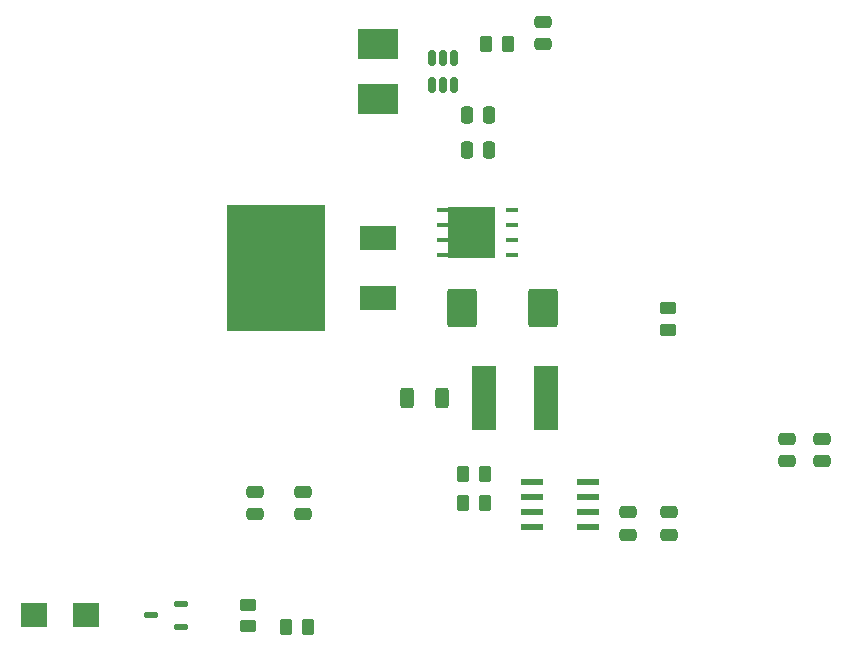
<source format=gtp>
%TF.GenerationSoftware,KiCad,Pcbnew,9.0.2*%
%TF.CreationDate,2025-06-28T00:08:34+08:00*%
%TF.ProjectId,KAPTON-HEATERV2,4b415054-4f4e-42d4-9845-415445525632,rev?*%
%TF.SameCoordinates,Original*%
%TF.FileFunction,Paste,Top*%
%TF.FilePolarity,Positive*%
%FSLAX46Y46*%
G04 Gerber Fmt 4.6, Leading zero omitted, Abs format (unit mm)*
G04 Created by KiCad (PCBNEW 9.0.2) date 2025-06-28 00:08:34*
%MOMM*%
%LPD*%
G01*
G04 APERTURE LIST*
G04 Aperture macros list*
%AMRoundRect*
0 Rectangle with rounded corners*
0 $1 Rounding radius*
0 $2 $3 $4 $5 $6 $7 $8 $9 X,Y pos of 4 corners*
0 Add a 4 corners polygon primitive as box body*
4,1,4,$2,$3,$4,$5,$6,$7,$8,$9,$2,$3,0*
0 Add four circle primitives for the rounded corners*
1,1,$1+$1,$2,$3*
1,1,$1+$1,$4,$5*
1,1,$1+$1,$6,$7*
1,1,$1+$1,$8,$9*
0 Add four rect primitives between the rounded corners*
20,1,$1+$1,$2,$3,$4,$5,0*
20,1,$1+$1,$4,$5,$6,$7,0*
20,1,$1+$1,$6,$7,$8,$9,0*
20,1,$1+$1,$8,$9,$2,$3,0*%
G04 Aperture macros list end*
%ADD10C,0.000000*%
%ADD11R,3.050000X2.030000*%
%ADD12R,8.380000X10.660000*%
%ADD13RoundRect,0.250000X1.000000X-1.400000X1.000000X1.400000X-1.000000X1.400000X-1.000000X-1.400000X0*%
%ADD14RoundRect,0.250000X0.475000X-0.250000X0.475000X0.250000X-0.475000X0.250000X-0.475000X-0.250000X0*%
%ADD15R,3.420000X2.640000*%
%ADD16RoundRect,0.250000X0.262500X0.450000X-0.262500X0.450000X-0.262500X-0.450000X0.262500X-0.450000X0*%
%ADD17R,1.981200X0.558800*%
%ADD18RoundRect,0.250000X0.450000X-0.262500X0.450000X0.262500X-0.450000X0.262500X-0.450000X-0.262500X0*%
%ADD19RoundRect,0.250000X-0.262500X-0.450000X0.262500X-0.450000X0.262500X0.450000X-0.262500X0.450000X0*%
%ADD20RoundRect,0.147500X0.457500X0.147500X-0.457500X0.147500X-0.457500X-0.147500X0.457500X-0.147500X0*%
%ADD21R,2.000000X5.520000*%
%ADD22RoundRect,0.250000X0.250000X0.475000X-0.250000X0.475000X-0.250000X-0.475000X0.250000X-0.475000X0*%
%ADD23RoundRect,0.150000X-0.150000X0.512500X-0.150000X-0.512500X0.150000X-0.512500X0.150000X0.512500X0*%
%ADD24RoundRect,0.250000X-0.475000X0.250000X-0.475000X-0.250000X0.475000X-0.250000X0.475000X0.250000X0*%
%ADD25R,2.250000X2.150000*%
%ADD26RoundRect,0.250000X-0.450000X0.262500X-0.450000X-0.262500X0.450000X-0.262500X0.450000X0.262500X0*%
%ADD27R,1.016000X0.457200*%
%ADD28R,3.987900X4.314000*%
%ADD29RoundRect,0.250000X0.312500X0.625000X-0.312500X0.625000X-0.312500X-0.625000X0.312500X-0.625000X0*%
G04 APERTURE END LIST*
D10*
%TO.C,MOSFET1*%
G36*
X154263400Y-94995750D02*
G01*
X150275600Y-94995750D01*
X150275600Y-90677750D01*
X154263400Y-90677750D01*
X154263400Y-94995750D01*
G37*
%TD*%
D11*
%TO.C,D2*%
X144372500Y-98360000D03*
X144372500Y-93280000D03*
D12*
X135757500Y-95820000D03*
%TD*%
D13*
%TO.C,D3*%
X151520000Y-99241750D03*
X158320000Y-99241750D03*
%TD*%
D14*
%TO.C,C9*%
X133970000Y-116691750D03*
X133970000Y-114791750D03*
%TD*%
D15*
%TO.C,R5*%
X144372500Y-81540000D03*
X144372500Y-76860000D03*
%TD*%
D16*
%TO.C,R7*%
X155372500Y-76860000D03*
X153547500Y-76860000D03*
%TD*%
D17*
%TO.C,U1*%
X157420000Y-113971750D03*
X157420000Y-115241750D03*
X157420000Y-116511750D03*
X157420000Y-117781750D03*
X162144400Y-117781750D03*
X162144400Y-116511750D03*
X162144400Y-115241750D03*
X162144400Y-113971750D03*
%TD*%
D16*
%TO.C,R1*%
X136627500Y-126241750D03*
X138452500Y-126241750D03*
%TD*%
D18*
%TO.C,R4*%
X133365000Y-126154250D03*
X133365000Y-124329250D03*
%TD*%
D19*
%TO.C,R2*%
X151595000Y-115741750D03*
X153420000Y-115741750D03*
%TD*%
D20*
%TO.C,Q1*%
X127675000Y-126191750D03*
X127675000Y-124291750D03*
X125165000Y-125241750D03*
%TD*%
D21*
%TO.C,C4*%
X153384000Y-106871750D03*
X158590000Y-106871750D03*
%TD*%
D22*
%TO.C,C5*%
X153822500Y-82860000D03*
X151922500Y-82860000D03*
%TD*%
D23*
%TO.C,U2*%
X150822500Y-78062500D03*
X149872500Y-78062500D03*
X148922500Y-78062500D03*
X148922500Y-80337500D03*
X149872500Y-80337500D03*
X150822500Y-80337500D03*
%TD*%
D24*
%TO.C,C2*%
X165590000Y-116521750D03*
X165590000Y-118421750D03*
%TD*%
D14*
%TO.C,C10*%
X138000000Y-116691750D03*
X138000000Y-114791750D03*
%TD*%
D25*
%TO.C,D1*%
X119620000Y-125241750D03*
X115220000Y-125241750D03*
%TD*%
D14*
%TO.C,C6*%
X158372500Y-76860000D03*
X158372500Y-74960000D03*
%TD*%
D26*
%TO.C,R6*%
X168920000Y-99241750D03*
X168920000Y-101066750D03*
%TD*%
D16*
%TO.C,R3*%
X153420000Y-113241750D03*
X151595000Y-113241750D03*
%TD*%
D24*
%TO.C,C1*%
X169030000Y-116521750D03*
X169030000Y-118421750D03*
%TD*%
D27*
%TO.C,MOSFET1*%
X155762000Y-94741750D03*
X155762000Y-93471750D03*
X155762000Y-92201750D03*
X155762000Y-90931750D03*
X149920000Y-90931750D03*
X149920000Y-92201750D03*
X149920000Y-93471750D03*
X149920000Y-94741750D03*
D28*
X152269550Y-92834750D03*
%TD*%
D14*
%TO.C,C7*%
X179025000Y-112191750D03*
X179025000Y-110291750D03*
%TD*%
%TO.C,C8*%
X182000000Y-112191750D03*
X182000000Y-110291750D03*
%TD*%
D22*
%TO.C,C3*%
X153822500Y-85860000D03*
X151922500Y-85860000D03*
%TD*%
D29*
%TO.C,R8*%
X149790000Y-106851750D03*
X146865000Y-106851750D03*
%TD*%
M02*

</source>
